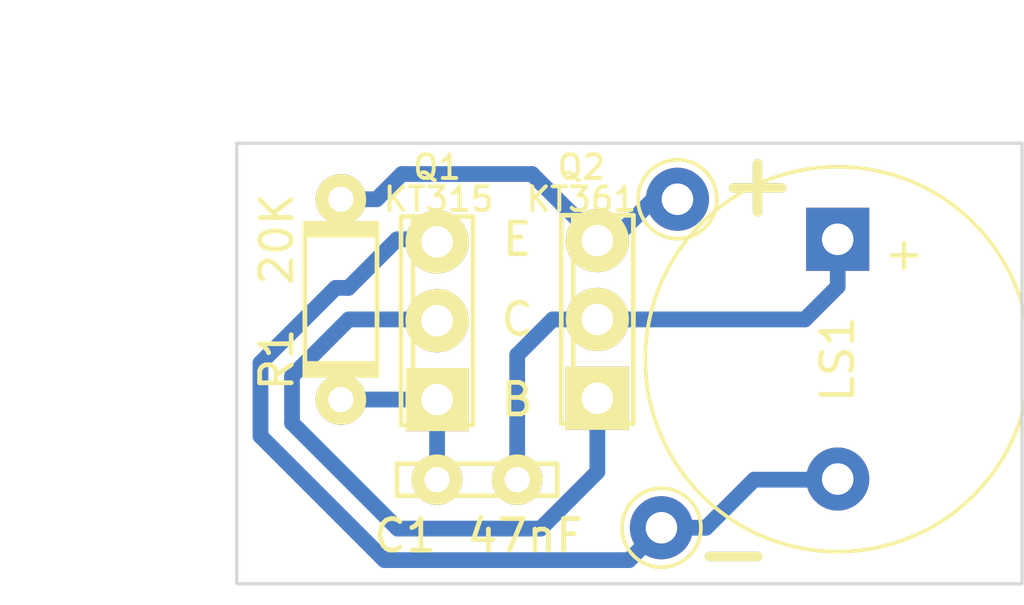
<source format=kicad_pcb>
(kicad_pcb (version 20171130) (host pcbnew 5.1.5-52549c5~86~ubuntu18.04.1)

  (general
    (thickness 1.6)
    (drawings 11)
    (tracks 32)
    (zones 0)
    (modules 7)
    (nets 6)
  )

  (page A4)
  (layers
    (0 F.Cu signal hide)
    (31 B.Cu signal)
    (32 B.Adhes user hide)
    (33 F.Adhes user hide)
    (34 B.Paste user hide)
    (35 F.Paste user hide)
    (36 B.SilkS user hide)
    (37 F.SilkS user)
    (38 B.Mask user)
    (39 F.Mask user hide)
    (40 Dwgs.User user hide)
    (41 Cmts.User user)
    (42 Eco1.User user hide)
    (43 Eco2.User user hide)
    (44 Edge.Cuts user)
    (45 Margin user hide)
    (46 B.CrtYd user hide)
    (47 F.CrtYd user hide)
    (48 B.Fab user hide)
    (49 F.Fab user hide)
  )

  (setup
    (last_trace_width 0.5)
    (user_trace_width 0.5)
    (trace_clearance 0.5)
    (zone_clearance 1)
    (zone_45_only no)
    (trace_min 0.2)
    (via_size 1.6)
    (via_drill 0.8)
    (via_min_size 0.4)
    (via_min_drill 0.3)
    (user_via 1.6 0.8)
    (uvia_size 0.3)
    (uvia_drill 0.1)
    (uvias_allowed no)
    (uvia_min_size 0.2)
    (uvia_min_drill 0.1)
    (edge_width 0.05)
    (segment_width 0.2)
    (pcb_text_width 0.3)
    (pcb_text_size 1.5 1.5)
    (mod_edge_width 0.12)
    (mod_text_size 1 1)
    (mod_text_width 0.15)
    (pad_size 1.6 1.6)
    (pad_drill 0.8)
    (pad_to_mask_clearance 0.051)
    (solder_mask_min_width 0.25)
    (aux_axis_origin 0 0)
    (visible_elements FFFFF97F)
    (pcbplotparams
      (layerselection 0x01060_fffffffe)
      (usegerberextensions false)
      (usegerberattributes false)
      (usegerberadvancedattributes false)
      (creategerberjobfile false)
      (excludeedgelayer true)
      (linewidth 0.100000)
      (plotframeref false)
      (viasonmask true)
      (mode 1)
      (useauxorigin false)
      (hpglpennumber 1)
      (hpglpenspeed 20)
      (hpglpendiameter 15.000000)
      (psnegative false)
      (psa4output false)
      (plotreference true)
      (plotvalue true)
      (plotinvisibletext false)
      (padsonsilk false)
      (subtractmaskfromsilk false)
      (outputformat 1)
      (mirror false)
      (drillshape 0)
      (scaleselection 1)
      (outputdirectory ""))
  )

  (net 0 "")
  (net 1 "Net-(Q1-PadC)")
  (net 2 "Net-(C1-Pad2)")
  (net 3 "Net-(C1-Pad1)")
  (net 4 "Net-(J1-Pad1)")
  (net 5 "Net-(J2-Pad1)")

  (net_class Default "Это класс цепей по умолчанию."
    (clearance 0.5)
    (trace_width 0.5)
    (via_dia 1.6)
    (via_drill 0.8)
    (uvia_dia 0.3)
    (uvia_drill 0.1)
    (add_net "Net-(C1-Pad1)")
    (add_net "Net-(C1-Pad2)")
    (add_net "Net-(J1-Pad1)")
    (add_net "Net-(J2-Pad1)")
    (add_net "Net-(Q1-PadC)")
  )

  (module rezistors:MLT_0.125_10 (layer F.Cu) (tedit 5E9C817F) (tstamp 5E95089D)
    (at 130.302 87.63 90)
    (path /5E950860)
    (fp_text reference R1 (at -1.27 -2.032 90) (layer F.SilkS)
      (effects (font (size 1 1) (thickness 0.15)))
    )
    (fp_text value 20K (at 2.54 -2.032 90) (layer F.SilkS)
      (effects (font (size 1 1) (thickness 0.15)))
    )
    (fp_line (start 2.667 -1.143) (end 2.667 1.143) (layer F.SilkS) (width 0.15))
    (fp_line (start 2.794 -1.143) (end 2.794 1.143) (layer F.SilkS) (width 0.15))
    (fp_line (start 2.921 -1.143) (end 2.921 1.143) (layer F.SilkS) (width 0.15))
    (fp_line (start -1.397 -1.143) (end -1.397 1.143) (layer F.SilkS) (width 0.15))
    (fp_line (start -1.524 -1.143) (end -1.524 1.143) (layer F.SilkS) (width 0.15))
    (fp_line (start -1.651 -1.143) (end -1.651 1.143) (layer F.SilkS) (width 0.15))
    (fp_line (start 3.048 0) (end 3.81 0) (layer F.SilkS) (width 0.6))
    (fp_line (start -1.778 0) (end -2.54 0) (layer F.SilkS) (width 0.6))
    (fp_line (start 3.048 -1.143) (end -1.778 -1.143) (layer F.SilkS) (width 0.15))
    (fp_line (start -1.778 1.143) (end 3.048 1.143) (layer F.SilkS) (width 0.15))
    (fp_line (start -1.778 -1.143) (end -1.778 1.143) (layer F.SilkS) (width 0.15))
    (fp_line (start 3.048 1.143) (end 3.048 -1.143) (layer F.SilkS) (width 0.15))
    (pad 1 thru_hole circle (at -2.54 0 90) (size 1.6 1.6) (drill 0.8) (layers *.Cu *.Mask F.SilkS)
      (net 3 "Net-(C1-Pad1)"))
    (pad 2 thru_hole circle (at 3.81 0 90) (size 1.6 1.6) (drill 0.8) (layers *.Cu *.Mask F.SilkS)
      (net 4 "Net-(J1-Pad1)"))
    (model packages3d/rezistors/mlt_01_10.wrl
      (at (xyz 0 0 0))
      (scale (xyz 1 1 1))
      (rotate (xyz 0 0 0))
    )
    (model "${KIPRJMOD}/KiCAD libraries/packages3d/rezistors/mlt_01_10.wrl"
      (at (xyz 0 0 0))
      (scale (xyz 1 1 1))
      (rotate (xyz 0 0 0))
    )
  )

  (module Buzzer_Beeper:Buzzer_12x9.5RM7.6 (layer F.Cu) (tedit 5A030281) (tstamp 5E9CE36F)
    (at 146.05 85.09 270)
    (descr "Generic Buzzer, D12mm height 9.5mm with RM7.6mm")
    (tags buzzer)
    (path /5E957984)
    (fp_text reference LS1 (at 3.8 0 90) (layer F.SilkS)
      (effects (font (size 1 1) (thickness 0.15)))
    )
    (fp_text value Earphone (at 3.8 7.4 90) (layer F.Fab)
      (effects (font (size 1 1) (thickness 0.15)))
    )
    (fp_text user + (at -0.01 -2.54 90) (layer F.Fab)
      (effects (font (size 1 1) (thickness 0.15)))
    )
    (fp_text user + (at 0.508 -2.032 90) (layer F.SilkS)
      (effects (font (size 1 1) (thickness 0.15)))
    )
    (fp_text user %R (at 3.8 -4 90) (layer F.Fab)
      (effects (font (size 1 1) (thickness 0.15)))
    )
    (fp_circle (center 3.8 0) (end 10.05 0) (layer F.CrtYd) (width 0.05))
    (fp_circle (center 3.8 0) (end 9.8 0) (layer F.Fab) (width 0.1))
    (fp_circle (center 3.8 0) (end 4.8 0) (layer F.Fab) (width 0.1))
    (fp_circle (center 3.8 0) (end 9.9 0) (layer F.SilkS) (width 0.12))
    (pad 1 thru_hole rect (at 0 0 270) (size 2 2) (drill 1) (layers *.Cu *.Mask)
      (net 2 "Net-(C1-Pad2)"))
    (pad 2 thru_hole circle (at 7.6 0 270) (size 2 2) (drill 1) (layers *.Cu *.Mask)
      (net 5 "Net-(J2-Pad1)"))
    (model ${KISYS3DMOD}/Buzzer_Beeper.3dshapes/Buzzer_12x9.5RM7.6.wrl
      (at (xyz 0 0 0))
      (scale (xyz 1 1 1))
      (rotate (xyz 0 0 0))
    )
  )

  (module capacitors:ceramic_5 (layer F.Cu) (tedit 5E973D8F) (tstamp 5E95083C)
    (at 134.62 92.71)
    (tags "ceramic capacitor")
    (path /5E955C25)
    (zone_connect 2)
    (fp_text reference C1 (at -2.286 1.778) (layer F.SilkS)
      (effects (font (size 1 1) (thickness 0.15)))
    )
    (fp_text value 47nF (at 1.524 1.778) (layer F.SilkS)
      (effects (font (size 1 1) (thickness 0.15)))
    )
    (fp_line (start 2.54 -0.508) (end -2.54 -0.508) (layer F.SilkS) (width 0.15))
    (fp_line (start 2.54 0.508) (end 2.54 -0.508) (layer F.SilkS) (width 0.15))
    (fp_line (start -2.54 0.508) (end 2.54 0.508) (layer F.SilkS) (width 0.15))
    (fp_line (start -2.54 -0.508) (end -2.54 0.508) (layer F.SilkS) (width 0.15))
    (pad 2 thru_hole circle (at 1.27 0) (size 1.6 1.6) (drill 0.8) (layers *.Cu *.Mask F.SilkS)
      (net 2 "Net-(C1-Pad2)") (zone_connect 2))
    (pad 1 thru_hole circle (at -1.27 0) (size 1.6 1.6) (drill 0.8) (layers *.Cu *.Mask F.SilkS)
      (net 3 "Net-(C1-Pad1)") (zone_connect 2))
    (model packages3d/capacitors/ceramic_5.wrl
      (at (xyz 0 0 0))
      (scale (xyz 1 1 1))
      (rotate (xyz 0 0 90))
    )
    (model "${KIPRJMOD}/KiCAD libraries/packages3d/capacitors/ceramic_5.wrl"
      (offset (xyz 0 0 -1))
      (scale (xyz 1 1 1))
      (rotate (xyz 0 0 90))
    )
  )

  (module Connector_Pin:Pin_D1.0mm_L10.0mm (layer F.Cu) (tedit 5A1DC084) (tstamp 5E95152A)
    (at 140.462 94.234)
    (descr "solder Pin_ diameter 1.0mm, hole diameter 1.0mm (press fit), length 10.0mm")
    (tags "solder Pin_ press fit")
    (path /5E95700D)
    (fp_text reference - (at 2.286 0.762) (layer B.Cu)
      (effects (font (size 2 2) (thickness 0.3)) (justify mirror))
    )
    (fp_text value - (at 0 -2.05) (layer F.Fab)
      (effects (font (size 1 1) (thickness 0.15)))
    )
    (fp_circle (center 0 0) (end 1.25 0.05) (layer F.SilkS) (width 0.12))
    (fp_circle (center 0 0) (end 1 0) (layer F.Fab) (width 0.12))
    (fp_circle (center 0 0) (end 0.5 0) (layer F.Fab) (width 0.12))
    (fp_circle (center 0 0) (end 1.5 0) (layer F.CrtYd) (width 0.05))
    (fp_text user %R (at 0 2.25) (layer F.Fab)
      (effects (font (size 1 1) (thickness 0.15)))
    )
    (pad 1 thru_hole circle (at 0 0) (size 2 2) (drill 1) (layers *.Cu *.Mask)
      (net 5 "Net-(J2-Pad1)"))
    (model ${KISYS3DMOD}/Connector_Pin.3dshapes/Pin_D1.0mm_L10.0mm.wrl
      (at (xyz 0 0 0))
      (scale (xyz 1 1 1))
      (rotate (xyz 0 0 0))
    )
  )

  (module transistors:kt315 (layer F.Cu) (tedit 54C0013C) (tstamp 5E95038D)
    (at 138.43 87.63 270)
    (path /5E94E95A)
    (fp_text reference Q2 (at -4.826 0.508 180) (layer F.SilkS)
      (effects (font (size 0.75 0.75) (thickness 0.125)))
    )
    (fp_text value KT361 (at -3.81 0.508 180) (layer F.SilkS)
      (effects (font (size 0.75 0.75) (thickness 0.125)))
    )
    (fp_line (start -3.302 0.762) (end 3.302 0.762) (layer F.SilkS) (width 0.15))
    (fp_line (start -3.302 -1.143) (end -3.302 1.143) (layer F.SilkS) (width 0.15))
    (fp_line (start -3.302 1.143) (end 3.302 1.143) (layer F.SilkS) (width 0.15))
    (fp_line (start 3.302 1.143) (end 3.302 -1.016) (layer F.SilkS) (width 0.15))
    (fp_line (start 3.302 -1.016) (end 3.302 -1.143) (layer F.SilkS) (width 0.15))
    (fp_line (start 3.302 -1.143) (end -3.302 -1.143) (layer F.SilkS) (width 0.15))
    (pad E thru_hole circle (at -2.5 0 270) (size 2 2) (drill 1) (layers *.Cu *.Mask F.SilkS)
      (net 4 "Net-(J1-Pad1)"))
    (pad C thru_hole circle (at 0 0 270) (size 2 2) (drill 1) (layers *.Cu *.Mask F.SilkS)
      (net 2 "Net-(C1-Pad2)"))
    (pad B thru_hole rect (at 2.5 0 270) (size 2 2) (drill 1) (layers *.Cu *.Mask F.SilkS)
      (net 1 "Net-(Q1-PadC)"))
    (model "${KIPRJMOD}/KiCAD libraries/packages3d/transistors/kt315.wrl"
      (offset (xyz 0 0 1))
      (scale (xyz 1 1 1))
      (rotate (xyz 0 0 0))
    )
  )

  (module transistors:kt315 (layer F.Cu) (tedit 54C0013C) (tstamp 5E950380)
    (at 133.35 87.67 270)
    (path /5E94C100)
    (fp_text reference Q1 (at -4.866 0 180) (layer F.SilkS)
      (effects (font (size 0.75 0.75) (thickness 0.125)))
    )
    (fp_text value KT315 (at -3.85 -0.05 180) (layer F.SilkS)
      (effects (font (size 0.75 0.75) (thickness 0.125)))
    )
    (fp_line (start -3.302 0.762) (end 3.302 0.762) (layer F.SilkS) (width 0.15))
    (fp_line (start -3.302 -1.143) (end -3.302 1.143) (layer F.SilkS) (width 0.15))
    (fp_line (start -3.302 1.143) (end 3.302 1.143) (layer F.SilkS) (width 0.15))
    (fp_line (start 3.302 1.143) (end 3.302 -1.016) (layer F.SilkS) (width 0.15))
    (fp_line (start 3.302 -1.016) (end 3.302 -1.143) (layer F.SilkS) (width 0.15))
    (fp_line (start 3.302 -1.143) (end -3.302 -1.143) (layer F.SilkS) (width 0.15))
    (pad E thru_hole circle (at -2.5 0 270) (size 2 2) (drill 1) (layers *.Cu *.Mask F.SilkS)
      (net 5 "Net-(J2-Pad1)"))
    (pad C thru_hole circle (at 0 0 270) (size 2 2) (drill 1) (layers *.Cu *.Mask F.SilkS)
      (net 1 "Net-(Q1-PadC)"))
    (pad B thru_hole rect (at 2.5 0 270) (size 2 2) (drill 1) (layers *.Cu *.Mask F.SilkS)
      (net 3 "Net-(C1-Pad1)"))
    (model "${KIPRJMOD}/KiCAD libraries/packages3d/transistors/kt315.wrl"
      (offset (xyz 0 0 1))
      (scale (xyz 1 1 1))
      (rotate (xyz 0 0 0))
    )
  )

  (module Connector_Pin:Pin_D1.0mm_L10.0mm (layer F.Cu) (tedit 5A1DC084) (tstamp 5E951520)
    (at 140.97 83.82)
    (descr "solder Pin_ diameter 1.0mm, hole diameter 1.0mm (press fit), length 10.0mm")
    (tags "solder Pin_ press fit")
    (path /5E956A8D)
    (fp_text reference + (at 2.54 -0.508) (layer B.Cu)
      (effects (font (size 2 2) (thickness 0.3)) (justify mirror))
    )
    (fp_text value + (at 0 -2.05) (layer F.Fab)
      (effects (font (size 1 1) (thickness 0.15)))
    )
    (fp_circle (center 0 0) (end 1.25 0.05) (layer F.SilkS) (width 0.12))
    (fp_circle (center 0 0) (end 1 0) (layer F.Fab) (width 0.12))
    (fp_circle (center 0 0) (end 0.5 0) (layer F.Fab) (width 0.12))
    (fp_circle (center 0 0) (end 1.5 0) (layer F.CrtYd) (width 0.05))
    (fp_text user %R (at 0 2.25) (layer F.Fab)
      (effects (font (size 1 1) (thickness 0.15)))
    )
    (pad 1 thru_hole circle (at 0 0) (size 2 2) (drill 1) (layers *.Cu *.Mask)
      (net 4 "Net-(J1-Pad1)"))
    (model ${KISYS3DMOD}/Connector_Pin.3dshapes/Pin_D1.0mm_L10.0mm.wrl
      (at (xyz 0 0 0))
      (scale (xyz 1 1 1))
      (rotate (xyz 0 0 0))
    )
  )

  (gr_line (start 151.892 82.042) (end 151.892 96.012) (layer Edge.Cuts) (width 0.1))
  (gr_line (start 127 82.042) (end 151.892 82.042) (layer Edge.Cuts) (width 0.1))
  (gr_line (start 127 96.012) (end 127 82.042) (layer Edge.Cuts) (width 0.1))
  (gr_line (start 151.892 96.012) (end 127 96.012) (layer Edge.Cuts) (width 0.1))
  (gr_text E (at 135.89 85.09) (layer F.SilkS)
    (effects (font (size 1 1) (thickness 0.15)))
  )
  (gr_text C (at 135.89 87.63) (layer F.SilkS)
    (effects (font (size 1 1) (thickness 0.15)))
  )
  (gr_text B (at 135.89 90.17) (layer F.SilkS)
    (effects (font (size 1 1) (thickness 0.15)))
  )
  (gr_text - (at 142.748 94.996) (layer F.SilkS) (tstamp 5E9641EF)
    (effects (font (size 2 2) (thickness 0.3)))
  )
  (gr_text + (at 143.51 83.312) (layer F.SilkS)
    (effects (font (size 2 2) (thickness 0.3)))
  )
  (dimension 13.97 (width 0.15) (layer Cmts.User)
    (gr_text "13,970 мм" (at 123.16 89.027 90) (layer Cmts.User)
      (effects (font (size 1 1) (thickness 0.15)))
    )
    (feature1 (pts (xy 127 96.012) (xy 123.873579 96.012)))
    (feature2 (pts (xy 127 82.042) (xy 123.873579 82.042)))
    (crossbar (pts (xy 124.46 82.042) (xy 124.46 96.012)))
    (arrow1a (pts (xy 124.46 96.012) (xy 123.873579 94.885496)))
    (arrow1b (pts (xy 124.46 96.012) (xy 125.046421 94.885496)))
    (arrow2a (pts (xy 124.46 82.042) (xy 123.873579 83.168504)))
    (arrow2b (pts (xy 124.46 82.042) (xy 125.046421 83.168504)))
  )
  (dimension 24.892 (width 0.15) (layer Cmts.User)
    (gr_text "24,892 мм" (at 139.446 78.202) (layer Cmts.User)
      (effects (font (size 1 1) (thickness 0.15)))
    )
    (feature1 (pts (xy 151.892 82.042) (xy 151.892 78.915579)))
    (feature2 (pts (xy 127 82.042) (xy 127 78.915579)))
    (crossbar (pts (xy 127 79.502) (xy 151.892 79.502)))
    (arrow1a (pts (xy 151.892 79.502) (xy 150.765496 80.088421)))
    (arrow1b (pts (xy 151.892 79.502) (xy 150.765496 78.915579)))
    (arrow2a (pts (xy 127 79.502) (xy 128.126504 80.088421)))
    (arrow2b (pts (xy 127 79.502) (xy 128.126504 78.915579)))
  )

  (segment (start 138.43 92.464002) (end 138.43 90.17) (width 0.5) (layer B.Cu) (net 1) (status 20))
  (segment (start 136.634001 94.260001) (end 138.43 92.464002) (width 0.5) (layer B.Cu) (net 1))
  (segment (start 132.097999 94.260001) (end 136.634001 94.260001) (width 0.5) (layer B.Cu) (net 1))
  (segment (start 128.751999 90.914001) (end 132.097999 94.260001) (width 0.5) (layer B.Cu) (net 1))
  (segment (start 128.751999 89.425999) (end 128.751999 90.914001) (width 0.5) (layer B.Cu) (net 1))
  (segment (start 133.35 87.63) (end 130.547998 87.63) (width 0.5) (layer B.Cu) (net 1))
  (segment (start 130.547998 87.63) (end 128.751999 89.425999) (width 0.5) (layer B.Cu) (net 1))
  (segment (start 135.89 88.755787) (end 135.89 92.84863) (width 0.5) (layer B.Cu) (net 2) (status 20))
  (segment (start 138.43 87.63) (end 137.015787 87.63) (width 0.5) (layer B.Cu) (net 2) (status 10))
  (segment (start 137.015787 87.63) (end 135.89 88.755787) (width 0.5) (layer B.Cu) (net 2))
  (segment (start 138.43 87.63) (end 145.01 87.63) (width 0.5) (layer B.Cu) (net 2) (status 10))
  (segment (start 146.05 86.59) (end 146.05 85.09) (width 0.5) (layer B.Cu) (net 2) (status 20))
  (segment (start 145.01 87.63) (end 146.05 86.59) (width 0.5) (layer B.Cu) (net 2))
  (segment (start 133.35 90.17) (end 133.35 92.71) (width 0.5) (layer B.Cu) (net 3) (status 30))
  (segment (start 133.35 90.17) (end 130.302 90.17) (width 0.5) (layer B.Cu) (net 3))
  (segment (start 138.43 85.09) (end 136.360001 83.020001) (width 0.5) (layer B.Cu) (net 4) (status 10))
  (segment (start 138.938 85.09) (end 140.716 83.312) (width 0.5) (layer B.Cu) (net 4) (status 30))
  (segment (start 138.43 85.09) (end 138.938 85.09) (width 0.5) (layer B.Cu) (net 4) (status 30))
  (segment (start 132.233369 83.020001) (end 136.360001 83.020001) (width 0.5) (layer B.Cu) (net 4))
  (segment (start 130.302 83.82) (end 131.43337 83.82) (width 0.5) (layer B.Cu) (net 4))
  (segment (start 131.43337 83.82) (end 132.233369 83.020001) (width 0.5) (layer B.Cu) (net 4))
  (segment (start 132.08 85.09) (end 130.54001 86.62999) (width 0.5) (layer B.Cu) (net 5))
  (segment (start 133.35 85.09) (end 132.08 85.09) (width 0.5) (layer B.Cu) (net 5) (status 10))
  (segment (start 139.435988 95.260012) (end 140.462 94.234) (width 0.5) (layer B.Cu) (net 5) (status 20))
  (segment (start 140.462 94.234) (end 141.876213 94.234) (width 0.5) (layer B.Cu) (net 5) (status 10))
  (segment (start 143.400213 92.71) (end 146.05 92.71) (width 0.5) (layer B.Cu) (net 5) (status 20))
  (segment (start 141.876213 94.234) (end 143.400213 92.71) (width 0.5) (layer B.Cu) (net 5))
  (segment (start 130.133781 86.62999) (end 127.751991 89.011781) (width 0.5) (layer B.Cu) (net 5))
  (segment (start 130.54001 86.62999) (end 130.133781 86.62999) (width 0.5) (layer B.Cu) (net 5))
  (segment (start 127.751991 89.011781) (end 127.751991 91.328219) (width 0.5) (layer B.Cu) (net 5))
  (segment (start 131.683784 95.260012) (end 139.435988 95.260012) (width 0.5) (layer B.Cu) (net 5))
  (segment (start 127.751991 91.328219) (end 131.683784 95.260012) (width 0.5) (layer B.Cu) (net 5))

)

</source>
